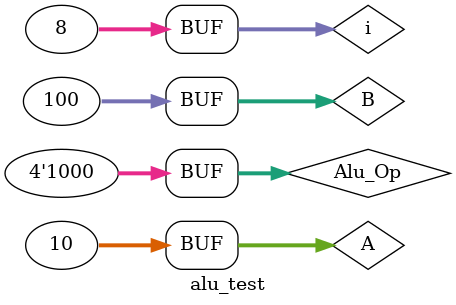
<source format=v>
`timescale 1ns / 1ps


module alu_test;

	// Inputs
	reg [31:0] A;
	reg [31:0] B;
	reg [3:0] Alu_Op;

	// Outputs
	wire C;
	wire O;
	wire Z;
	wire [31:0] R;

	integer i;
	// Instantiate the Unit Under Test (UUT)
	ALU uut (
		.A(A), 
		.B(B), 
		.Alu_Op(Alu_Op), 
		.C(C), 
		.O(O), 
		.Z(Z), 
		.R(R)
	);

	initial begin
		// Initialize Inputs
		A = 0;
		B = 0;
		Alu_Op = 0;

		// Wait 100 ns for global reset to finish
		#100;
		A = 32'h0A;
		B = 32'h64;
		
		for(i=0; i <= 7; i = i+1)
		begin
			Alu_Op = Alu_Op + 4'h01; 
			#100;
		end 
        
		// Add stimulus here

	end
      
endmodule


</source>
